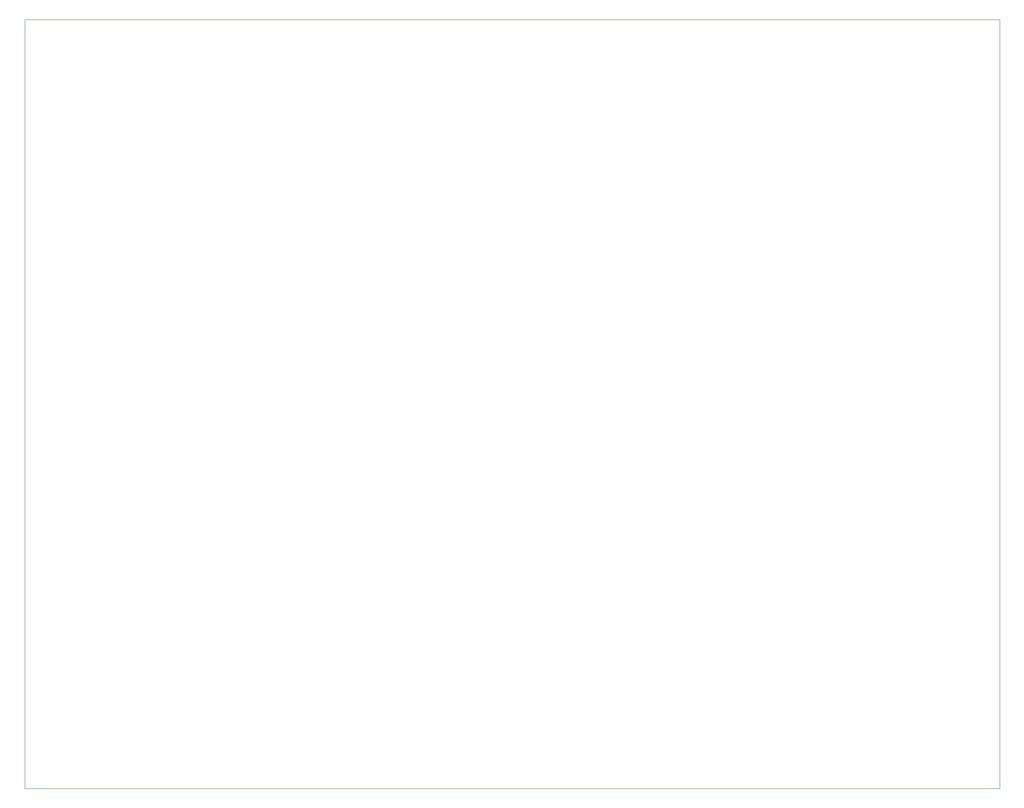
<source format=gbr>
%TF.GenerationSoftware,KiCad,Pcbnew,7.0.7*%
%TF.CreationDate,2024-07-17T17:06:10+10:00*%
%TF.ProjectId,MIDIAutomationSequencerPROC,4d494449-4175-4746-9f6d-6174696f6e53,rev?*%
%TF.SameCoordinates,Original*%
%TF.FileFunction,Profile,NP*%
%FSLAX46Y46*%
G04 Gerber Fmt 4.6, Leading zero omitted, Abs format (unit mm)*
G04 Created by KiCad (PCBNEW 7.0.7) date 2024-07-17 17:06:10*
%MOMM*%
%LPD*%
G01*
G04 APERTURE LIST*
%TA.AperFunction,Profile*%
%ADD10C,0.100000*%
%TD*%
G04 APERTURE END LIST*
D10*
X220472000Y-106680000D02*
X30480000Y-106680000D01*
X30480000Y-106680000D02*
X30480000Y-256540000D01*
X220472000Y-256540000D02*
X220472000Y-106680000D01*
X30480000Y-256540000D02*
X220472000Y-256540000D01*
M02*

</source>
